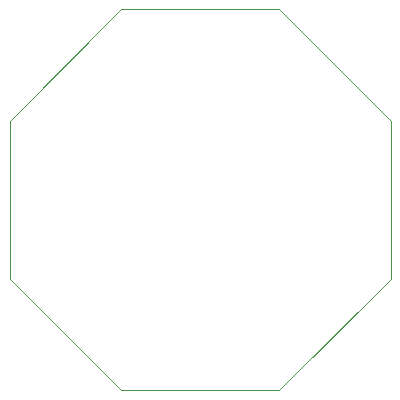
<source format=gm1>
G04*
G04 #@! TF.GenerationSoftware,Altium Limited,Altium Designer,21.0.9 (235)*
G04*
G04 Layer_Color=16711935*
%FSLAX23Y23*%
%MOIN*%
G70*
G04*
G04 #@! TF.SameCoordinates,BEDAD971-5842-4F86-BEC8-44C97C0BC31F*
G04*
G04*
G04 #@! TF.FilePolarity,Positive*
G04*
G01*
G75*
%ADD13C,0.001*%
D13*
X1130Y1492D02*
Y2019D01*
Y1492D02*
X1502Y1120D01*
X1130Y2019D02*
X1502Y2391D01*
Y1120D02*
X2029D01*
X1502Y2391D02*
X2029D01*
Y1120D02*
X2401Y1492D01*
X2029Y2391D02*
X2401Y2019D01*
Y1492D02*
Y2019D01*
M02*

</source>
